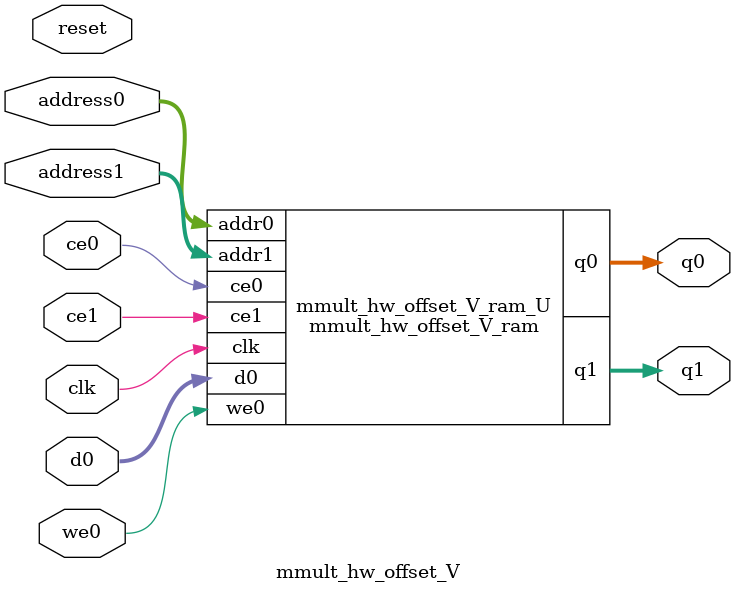
<source format=v>
`timescale 1 ns / 1 ps
module mmult_hw_offset_V_ram (addr0, ce0, d0, we0, q0, addr1, ce1, q1,  clk);

parameter DWIDTH = 16;
parameter AWIDTH = 4;
parameter MEM_SIZE = 10;

input[AWIDTH-1:0] addr0;
input ce0;
input[DWIDTH-1:0] d0;
input we0;
output reg[DWIDTH-1:0] q0;
input[AWIDTH-1:0] addr1;
input ce1;
output reg[DWIDTH-1:0] q1;
input clk;

reg [DWIDTH-1:0] ram[0:MEM_SIZE-1];




always @(posedge clk)  
begin 
    if (ce0) begin
        if (we0) 
            ram[addr0] <= d0; 
        q0 <= ram[addr0];
    end
end


always @(posedge clk)  
begin 
    if (ce1) begin
        q1 <= ram[addr1];
    end
end


endmodule

`timescale 1 ns / 1 ps
module mmult_hw_offset_V(
    reset,
    clk,
    address0,
    ce0,
    we0,
    d0,
    q0,
    address1,
    ce1,
    q1);

parameter DataWidth = 32'd16;
parameter AddressRange = 32'd10;
parameter AddressWidth = 32'd4;
input reset;
input clk;
input[AddressWidth - 1:0] address0;
input ce0;
input we0;
input[DataWidth - 1:0] d0;
output[DataWidth - 1:0] q0;
input[AddressWidth - 1:0] address1;
input ce1;
output[DataWidth - 1:0] q1;



mmult_hw_offset_V_ram mmult_hw_offset_V_ram_U(
    .clk( clk ),
    .addr0( address0 ),
    .ce0( ce0 ),
    .we0( we0 ),
    .d0( d0 ),
    .q0( q0 ),
    .addr1( address1 ),
    .ce1( ce1 ),
    .q1( q1 ));

endmodule


</source>
